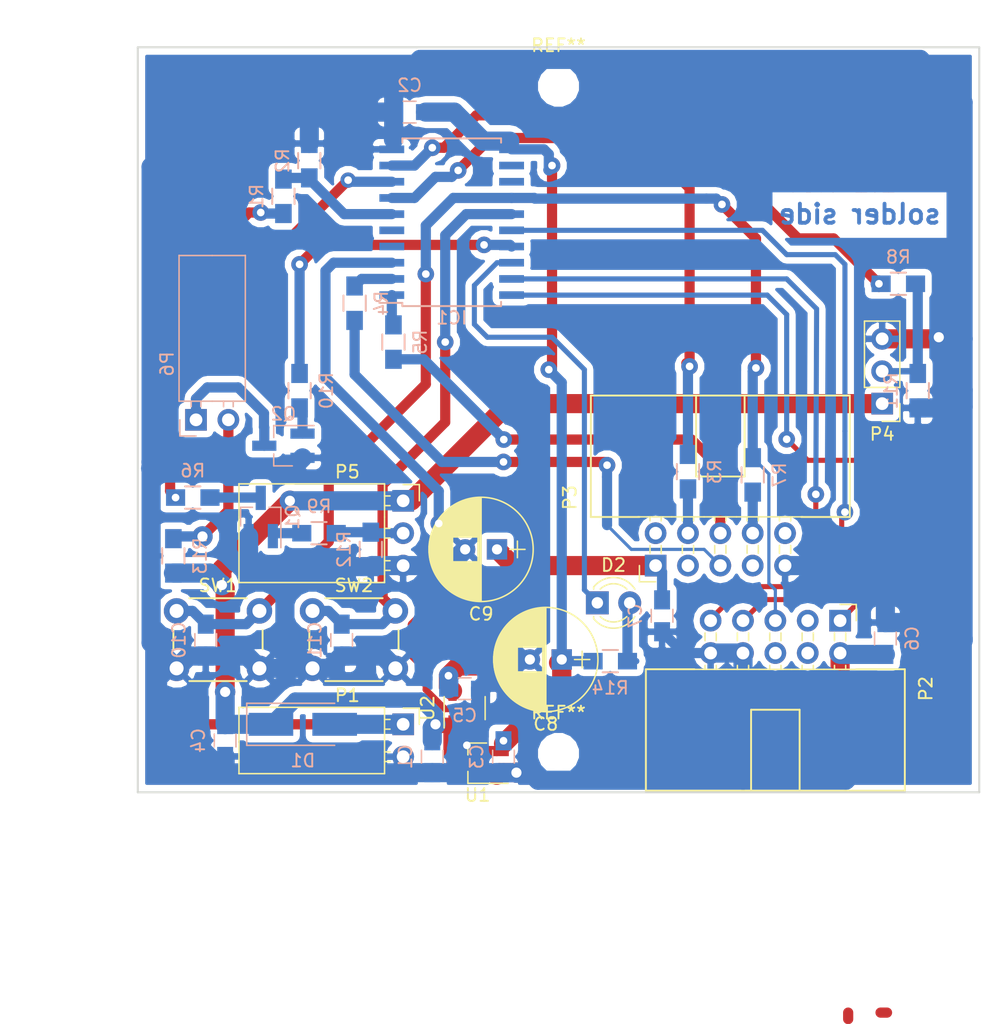
<source format=kicad_pcb>
(kicad_pcb (version 4) (host pcbnew 4.0.5)
  (title_block (title CC_SSD_02) (rev 1.00) (company "Computer Center Ltd."))
  (layers (0 F.Cu signal) (31 B.Cu signal) (34 B.Paste user) (35 F.Paste user) (36 B.SilkS user) (37 F.SilkS user) (38 B.Mask user) (39 F.Mask user) (44 Edge.Cuts user))
  (net 0 "")
  (net 1 VAA)
  (net 2 GND)
  (net 3 +3V3)
  (net 4 +3.3V_ESPmod)
  (net 5 "Net-(C10-Pad1)")
  (net 6 "Net-(C11-Pad1)")
  (net 7 +BATT)
  (net 8 "Net-(D2-Pad1)")
  (net 9 "Net-(D2-Pad2)")
  (net 10 "Net-(IC1-Pad1)")
  (net 11 "Net-(IC1-Pad2)")
  (net 12 "Net-(IC1-Pad3)")
  (net 13 "Net-(IC1-Pad4)")
  (net 14 "Net-(IC1-Pad5)")
  (net 15 "Net-(IC1-Pad6)")
  (net 16 "Net-(IC1-Pad7)")
  (net 17 "Net-(IC1-Pad8)")
  (net 18 "Net-(IC1-Pad9)")
  (net 19 "Net-(IC1-Pad12)")
  (net 20 "Net-(IC1-Pad13)")
  (net 21 "Net-(IC1-Pad16)")
  (net 22 "Net-(IC1-Pad17)")
  (net 23 "Net-(IC1-Pad19)")
  (net 24 "Net-(IC1-Pad20)")
  (net 25 "Net-(P2-Pad3)")
  (net 26 "Net-(P2-Pad4)")
  (net 27 "Net-(P2-Pad6)")
  (net 28 "Net-(P3-Pad2)")
  (net 29 "Net-(P3-Pad3)")
  (net 30 "Net-(P3-Pad4)")
  (net 31 "Net-(P3-Pad5)")
  (net 32 "Net-(P3-Pad6)")
  (net 33 "Net-(P3-Pad7)")
  (net 34 "Net-(P3-Pad8)")
  (net 35 "Net-(P3-Pad10)")
  (net 36 "Net-(P4-Pad2)")
  (net 37 "Net-(P5-Pad2)")
  (net 38 "Net-(P6-Pad1)")
  (net 39 "Net-(P6-Pad2)")
  (net 40 "Net-(Q1-Pad1)")
  (net 41 "Net-(Q1-Pad3)")
  (net 42 "Net-(Q2-Pad1)")
  (net 43 "Net-(U2-Pad4)")
  (module CC_Footprint:C_0805_HandSoldering (layer B.Cu) (at 137.414 126.746 270)
    (fp_text reference C1 (at 0 2.1 270) (layer B.SilkS) (effects (justify mirror)))
    (fp_text value 1uF)
    (pad 1 smd rect (at -1.25 0 270) (size 1.5 1.25) (layers B.Cu B.Paste B.Mask) (net 1 VAA))
    (pad 2 smd rect (at 1.25 0 270) (size 1.5 1.25) (layers B.Cu B.Paste B.Mask) (net 2 GND))
  )
  (module CC_Footprint:C_0805_HandSoldering (layer B.Cu) (at 135.636 76.2 180)
    (fp_text reference C2 (at 0 2.1 180) (layer B.SilkS) (effects (justify mirror)))
    (fp_text value 100n)
    (pad 1 smd rect (at -1.25 0 180) (size 1.5 1.25) (layers B.Cu B.Paste B.Mask) (net 3 +3V3))
    (pad 2 smd rect (at 1.25 0 180) (size 1.5 1.25) (layers B.Cu B.Paste B.Mask) (net 2 GND))
  )
  (module CC_Footprint:C_0805_HandSoldering (layer B.Cu) (at 143.002 126.746 270)
    (fp_text reference C3 (at 0 2.1 270) (layer B.SilkS) (effects (justify mirror)))
    (fp_text value 1uF)
    (pad 1 smd rect (at -1.25 0 270) (size 1.5 1.25) (layers B.Cu B.Paste B.Mask) (net 3 +3V3))
    (pad 2 smd rect (at 1.25 0 270) (size 1.5 1.25) (layers B.Cu B.Paste B.Mask) (net 2 GND))
  )
  (module CC_Footprint:C_0805_HandSoldering (layer B.Cu) (at 121.158 125.476 270)
    (fp_text reference C4 (at 0 2.1 270) (layer B.SilkS) (effects (justify mirror)))
    (fp_text value 1uF)
    (pad 1 smd rect (at -1.25 0 270) (size 1.5 1.25) (layers B.Cu B.Paste B.Mask) (net 1 VAA))
    (pad 2 smd rect (at 1.25 0 270) (size 1.5 1.25) (layers B.Cu B.Paste B.Mask) (net 2 GND))
  )
  (module CC_Footprint:C_0805_HandSoldering (layer B.Cu) (at 139.954 121.412)
    (fp_text reference C5 (at 0 2.1) (layer B.SilkS) (effects (justify mirror)))
    (fp_text value 1uF)
    (pad 1 smd rect (at -1.25 0) (size 1.5 1.25) (layers B.Cu B.Paste B.Mask) (net 4 +3.3V_ESPmod))
    (pad 2 smd rect (at 1.25 0) (size 1.5 1.25) (layers B.Cu B.Paste B.Mask) (net 2 GND))
  )
  (module CC_Footprint:C_0805_HandSoldering (layer B.Cu) (at 172.974 117.475 90)
    (fp_text reference C6 (at 0 2.1 90) (layer B.SilkS) (effects (justify mirror)))
    (fp_text value 100n)
    (pad 1 smd rect (at -1.25 0 90) (size 1.5 1.25) (layers B.Cu B.Paste B.Mask) (net 3 +3V3))
    (pad 2 smd rect (at 1.25 0 90) (size 1.5 1.25) (layers B.Cu B.Paste B.Mask) (net 2 GND))
  )
  (module CC_Footprint:C_0805_HandSoldering (layer B.Cu) (at 155.448 115.697 270)
    (fp_text reference C7 (at 0 2.1 270) (layer B.SilkS) (effects (justify mirror)))
    (fp_text value 100n)
    (pad 1 smd rect (at -1.25 0 270) (size 1.5 1.25) (layers B.Cu B.Paste B.Mask) (net 4 +3.3V_ESPmod))
    (pad 2 smd rect (at 1.25 0 270) (size 1.5 1.25) (layers B.Cu B.Paste B.Mask) (net 2 GND))
  )
  (module CC_Footprint:CP_Radial_D8.0mm_P2.50mm (layer F.Cu) (at 147.574 119.126 180)
    (fp_text reference C8 (at 1.25 -5.06 180) (layer F.SilkS))
    (fp_text value 220uF/10V)
    (pad 1 thru_hole rect (at 0 0 180) (size 1.6 1.6) (drill 0.8) (layers *.Cu *.Mask) (net 3 +3V3))
    (pad 2 thru_hole circle (at 2.5 0 180) (size 1.6 1.6) (drill 0.8) (layers *.Cu *.Mask) (net 2 GND))
  )
  (module CC_Footprint:CP_Radial_D8.0mm_P2.50mm (layer F.Cu) (at 142.494 110.49 180)
    (fp_text reference C9 (at 1.25 -5.06 180) (layer F.SilkS))
    (fp_text value 470uF/10V)
    (pad 1 thru_hole rect (at 0 0 180) (size 1.6 1.6) (drill 0.8) (layers *.Cu *.Mask) (net 4 +3.3V_ESPmod))
    (pad 2 thru_hole circle (at 2.5 0 180) (size 1.6 1.6) (drill 0.8) (layers *.Cu *.Mask) (net 2 GND))
  )
  (module CC_Footprint:C_0805_HandSoldering (layer B.Cu) (at 119.634 117.602 270)
    (fp_text reference C10 (at 0 2.1 270) (layer B.SilkS) (effects (justify mirror)))
    (fp_text value 100n)
    (pad 1 smd rect (at -1.25 0 270) (size 1.5 1.25) (layers B.Cu B.Paste B.Mask) (net 5 "Net-(C10-Pad1)"))
    (pad 2 smd rect (at 1.25 0 270) (size 1.5 1.25) (layers B.Cu B.Paste B.Mask) (net 2 GND))
  )
  (module CC_Footprint:C_0805_HandSoldering (layer B.Cu) (at 130.302 117.602 270)
    (fp_text reference C11 (at 0 2.1 270) (layer B.SilkS) (effects (justify mirror)))
    (fp_text value 100n)
    (pad 1 smd rect (at -1.25 0 270) (size 1.5 1.25) (layers B.Cu B.Paste B.Mask) (net 6 "Net-(C11-Pad1)"))
    (pad 2 smd rect (at 1.25 0 270) (size 1.5 1.25) (layers B.Cu B.Paste B.Mask) (net 2 GND))
  )
  (module CC_Footprint:D_SMA_Handsoldering (layer B.Cu) (at 127.254 124.206)
    (fp_text reference D1 (at 0 2.85) (layer B.SilkS) (effects (justify mirror)))
    (fp_text value 1N5819)
    (pad 1 smd rect (at -2.5 0) (size 3.5 1.8) (layers B.Cu B.Paste B.Mask) (net 1 VAA))
    (pad 2 smd rect (at 2.5 0) (size 3.5 1.8) (layers B.Cu B.Paste B.Mask) (net 7 +BATT))
  )
  (module CC_Footprint:LED_D3.0mm (layer F.Cu) (at 150.368 114.681)
    (fp_text reference D2 (at 1.27 -2.96) (layer F.SilkS))
    (fp_text value L-934LSRD)
    (pad 1 thru_hole rect (at 0 0) (size 1.8 1.8) (drill 0.9) (layers *.Cu *.Mask) (net 8 "Net-(D2-Pad1)"))
    (pad 2 thru_hole circle (at 2.54 0) (size 1.8 1.8) (drill 0.9) (layers *.Cu *.Mask) (net 9 "Net-(D2-Pad2)"))
  )
  (module CC_Footprint:SOIC-20W_7.5x12.8mm_Pitch1.27mm (layer B.Cu) (at 138.938 84.836)
    (fp_text reference IC1 (at 0 7.5) (layer B.SilkS) (effects (justify mirror)))
    (fp_text value ATTINY1634-SU)
    (pad 1 smd rect (at -4.7 5.715) (size 1.95 0.6) (layers B.Cu B.Paste B.Mask) (net 10 "Net-(IC1-Pad1)"))
    (pad 2 smd rect (at -4.7 4.445) (size 1.95 0.6) (layers B.Cu B.Paste B.Mask) (net 11 "Net-(IC1-Pad2)"))
    (pad 3 smd rect (at -4.7 3.175) (size 1.95 0.6) (layers B.Cu B.Paste B.Mask) (net 12 "Net-(IC1-Pad3)"))
    (pad 4 smd rect (at -4.7 1.905) (size 1.95 0.6) (layers B.Cu B.Paste B.Mask) (net 13 "Net-(IC1-Pad4)"))
    (pad 5 smd rect (at -4.7 0.635) (size 1.95 0.6) (layers B.Cu B.Paste B.Mask) (net 14 "Net-(IC1-Pad5)"))
    (pad 6 smd rect (at -4.7 -0.635) (size 1.95 0.6) (layers B.Cu B.Paste B.Mask) (net 15 "Net-(IC1-Pad6)"))
    (pad 7 smd rect (at -4.7 -1.905) (size 1.95 0.6) (layers B.Cu B.Paste B.Mask) (net 16 "Net-(IC1-Pad7)"))
    (pad 8 smd rect (at -4.7 -3.175) (size 1.95 0.6) (layers B.Cu B.Paste B.Mask) (net 17 "Net-(IC1-Pad8)"))
    (pad 9 smd rect (at -4.7 -4.445) (size 1.95 0.6) (layers B.Cu B.Paste B.Mask) (net 18 "Net-(IC1-Pad9)"))
    (pad 10 smd rect (at -4.7 -5.715) (size 1.95 0.6) (layers B.Cu B.Paste B.Mask) (net 2 GND))
    (pad 11 smd rect (at 4.7 -5.715) (size 1.95 0.6) (layers B.Cu B.Paste B.Mask) (net 3 +3V3))
    (pad 12 smd rect (at 4.7 -4.445) (size 1.95 0.6) (layers B.Cu B.Paste B.Mask) (net 19 "Net-(IC1-Pad12)"))
    (pad 13 smd rect (at 4.7 -3.175) (size 1.95 0.6) (layers B.Cu B.Paste B.Mask) (net 20 "Net-(IC1-Pad13)"))
    (pad 14 smd rect (at 4.7 -1.905) (size 1.95 0.6) (layers B.Cu B.Paste B.Mask) (net 5 "Net-(C10-Pad1)"))
    (pad 15 smd rect (at 4.7 -0.635) (size 1.95 0.6) (layers B.Cu B.Paste B.Mask) (net 6 "Net-(C11-Pad1)"))
    (pad 16 smd rect (at 4.7 0.635) (size 1.95 0.6) (layers B.Cu B.Paste B.Mask) (net 21 "Net-(IC1-Pad16)"))
    (pad 17 smd rect (at 4.7 1.905) (size 1.95 0.6) (layers B.Cu B.Paste B.Mask) (net 22 "Net-(IC1-Pad17)"))
    (pad 18 smd rect (at 4.7 3.175) (size 1.95 0.6) (layers B.Cu B.Paste B.Mask) (net 8 "Net-(D2-Pad1)"))
    (pad 19 smd rect (at 4.7 4.445) (size 1.95 0.6) (layers B.Cu B.Paste B.Mask) (net 23 "Net-(IC1-Pad19)"))
    (pad 20 smd rect (at 4.7 5.715) (size 1.95 0.6) (layers B.Cu B.Paste B.Mask) (net 24 "Net-(IC1-Pad20)"))
  )
  (module CC_Footprint:WF2R (layer F.Cu) (at 135.128 124.206)
    (fp_text reference P1 (at -4.38 -2.27) (layer F.SilkS))
    (fp_text value WF2R)
    (pad 1 thru_hole rect (at 0 0) (size 1.7 1.7) (drill 1) (layers *.Cu *.Mask) (net 7 +BATT))
    (pad 2 thru_hole oval (at 0 2.54) (size 1.7 1.7) (drill 1) (layers *.Cu *.Mask) (net 2 GND))
  )
  (module CC_Footprint:BH10R (layer F.Cu) (at 154.94 111.76 90)
    (fp_text reference P3 (at 5.334 -6.731 90) (layer F.SilkS))
    (fp_text value BH10R)
    (pad 1 thru_hole rect (at 0 0 90) (size 1.7 1.7) (drill 1) (layers *.Cu *.Mask) (net 4 +3.3V_ESPmod))
    (pad 2 thru_hole oval (at 2.54 0 90) (size 1.7 1.7) (drill 1) (layers *.Cu *.Mask) (net 28 "Net-(P3-Pad2)"))
    (pad 3 thru_hole oval (at 0 2.54 90) (size 1.7 1.7) (drill 1) (layers *.Cu *.Mask) (net 29 "Net-(P3-Pad3)"))
    (pad 4 thru_hole oval (at 2.54 2.54 90) (size 1.7 1.7) (drill 1) (layers *.Cu *.Mask) (net 30 "Net-(P3-Pad4)"))
    (pad 5 thru_hole oval (at 0 5.08 90) (size 1.7 1.7) (drill 1) (layers *.Cu *.Mask) (net 31 "Net-(P3-Pad5)"))
    (pad 6 thru_hole oval (at 2.54 5.08 90) (size 1.7 1.7) (drill 1) (layers *.Cu *.Mask) (net 32 "Net-(P3-Pad6)"))
    (pad 7 thru_hole oval (at 0 7.62 90) (size 1.7 1.7) (drill 1) (layers *.Cu *.Mask) (net 33 "Net-(P3-Pad7)"))
    (pad 8 thru_hole oval (at 2.54 7.62 90) (size 1.7 1.7) (drill 1) (layers *.Cu *.Mask) (net 34 "Net-(P3-Pad8)"))
    (pad 9 thru_hole oval (at 0 10.16 90) (size 1.7 1.7) (drill 1) (layers *.Cu *.Mask) (net 2 GND))
    (pad 10 thru_hole oval (at 2.54 10.16 90) (size 1.7 1.7) (drill 1) (layers *.Cu *.Mask) (net 35 "Net-(P3-Pad10)"))
  )
  (module CC_Footprint:PN1x3 (layer F.Cu) (at 172.72 99.06 180)
    (fp_text reference P4 (at 0 -2.39 180) (layer F.SilkS))
    (fp_text value PN1x3)
    (pad 1 thru_hole rect (at 0 0 180) (size 1.7 1.7) (drill 1) (layers *.Cu *.Mask) (net 1 VAA))
    (pad 2 thru_hole oval (at 0 2.54 180) (size 1.7 1.7) (drill 1) (layers *.Cu *.Mask) (net 36 "Net-(P4-Pad2)"))
    (pad 3 thru_hole oval (at 0 5.08 180) (size 1.7 1.7) (drill 1) (layers *.Cu *.Mask) (net 2 GND))
  )
  (module CC_Footprint:WF3R (layer F.Cu) (at 135.128 106.68)
    (fp_text reference P5 (at -4.38 -2.27) (layer F.SilkS))
    (fp_text value WF3R)
    (pad 3 thru_hole oval (at 0 5.08) (size 1.7 1.7) (drill 1) (layers *.Cu *.Mask) (net 2 GND))
    (pad 1 thru_hole rect (at 0 0) (size 1.7 1.7) (drill 1) (layers *.Cu *.Mask) (net 1 VAA))
    (pad 2 thru_hole oval (at 0 2.54) (size 1.7 1.7) (drill 1) (layers *.Cu *.Mask) (net 37 "Net-(P5-Pad2)"))
  )
  (module CC_Footprint:WF2R (layer B.Cu) (at 118.872 100.33 270)
    (fp_text reference P6 (at -4.38 2.27 270) (layer B.SilkS) (effects (justify mirror)))
    (fp_text value WF2R)
    (pad 1 thru_hole rect (at 0 0 270) (size 1.7 1.7) (drill 1) (layers *.Cu *.Mask) (net 38 "Net-(P6-Pad1)"))
    (pad 2 thru_hole oval (at 0 -2.54 270) (size 1.7 1.7) (drill 1) (layers *.Cu *.Mask) (net 39 "Net-(P6-Pad2)"))
  )
  (module CC_Footprint:SOT-23_Handsoldering (layer B.Cu) (at 123.952 107.95 90)
    (fp_text reference Q1 (at 0 2.5 90) (layer B.SilkS) (effects (justify mirror)))
    (fp_text value DTC144TKA)
    (pad 1 smd rect (at -1.5 0.95 90) (size 1.9 0.8) (layers B.Cu B.Paste B.Mask) (net 40 "Net-(Q1-Pad1)"))
    (pad 2 smd rect (at -1.5 -0.95 90) (size 1.9 0.8) (layers B.Cu B.Paste B.Mask) (net 2 GND))
    (pad 3 smd rect (at 1.5 0 90) (size 1.9 0.8) (layers B.Cu B.Paste B.Mask) (net 41 "Net-(Q1-Pad3)"))
  )
  (module CC_Footprint:SOT-23_Handsoldering (layer B.Cu) (at 125.73 102.362 180)
    (fp_text reference Q2 (at 0 2.5 180) (layer B.SilkS) (effects (justify mirror)))
    (fp_text value DTC144TKA)
    (pad 1 smd rect (at -1.5 0.95 180) (size 1.9 0.8) (layers B.Cu B.Paste B.Mask) (net 42 "Net-(Q2-Pad1)"))
    (pad 2 smd rect (at -1.5 -0.95 180) (size 1.9 0.8) (layers B.Cu B.Paste B.Mask) (net 2 GND))
    (pad 3 smd rect (at 1.5 0 180) (size 1.9 0.8) (layers B.Cu B.Paste B.Mask) (net 38 "Net-(P6-Pad1)"))
  )
  (module CC_Footprint:R_0805_HandSoldering (layer B.Cu) (at 125.73 82.804 270)
    (fp_text reference R1 (at 0 2.1 270) (layer B.SilkS) (effects (justify mirror)))
    (fp_text value 1.8M)
    (pad 1 smd rect (at -1.35 0 270) (size 1.5 1.3) (layers B.Cu B.Paste B.Mask) (net 15 "Net-(IC1-Pad6)"))
    (pad 2 smd rect (at 1.35 0 270) (size 1.5 1.3) (layers B.Cu B.Paste B.Mask) (net 7 +BATT))
  )
  (module CC_Footprint:R_0805_HandSoldering (layer B.Cu) (at 127.762 80.01 270)
    (fp_text reference R2 (at 0 2.1 270) (layer B.SilkS) (effects (justify mirror)))
    (fp_text value 200K)
    (pad 1 smd rect (at -1.35 0 270) (size 1.5 1.3) (layers B.Cu B.Paste B.Mask) (net 2 GND))
    (pad 2 smd rect (at 1.35 0 270) (size 1.5 1.3) (layers B.Cu B.Paste B.Mask) (net 15 "Net-(IC1-Pad6)"))
  )
  (module CC_Footprint:R_0805_HandSoldering (layer B.Cu) (at 157.48 104.394 90)
    (fp_text reference R3 (at 0 2.1 90) (layer B.SilkS) (effects (justify mirror)))
    (fp_text value 220)
    (pad 1 smd rect (at -1.35 0 90) (size 1.5 1.3) (layers B.Cu B.Paste B.Mask) (net 30 "Net-(P3-Pad4)"))
    (pad 2 smd rect (at 1.35 0 90) (size 1.5 1.3) (layers B.Cu B.Paste B.Mask) (net 16 "Net-(IC1-Pad7)"))
  )
  (module CC_Footprint:R_0805_HandSoldering (layer B.Cu) (at 131.318 91.186 90)
    (fp_text reference R4 (at 0 2.1 90) (layer B.SilkS) (effects (justify mirror)))
    (fp_text value 220)
    (pad 1 smd rect (at -1.35 0 90) (size 1.5 1.3) (layers B.Cu B.Paste B.Mask) (net 31 "Net-(P3-Pad5)"))
    (pad 2 smd rect (at 1.35 0 90) (size 1.5 1.3) (layers B.Cu B.Paste B.Mask) (net 11 "Net-(IC1-Pad2)"))
  )
  (module CC_Footprint:R_0805_HandSoldering (layer B.Cu) (at 134.366 94.234 90)
    (fp_text reference R5 (at 0 2.1 90) (layer B.SilkS) (effects (justify mirror)))
    (fp_text value 220)
    (pad 1 smd rect (at -1.35 0 90) (size 1.5 1.3) (layers B.Cu B.Paste B.Mask) (net 32 "Net-(P3-Pad6)"))
    (pad 2 smd rect (at 1.35 0 90) (size 1.5 1.3) (layers B.Cu B.Paste B.Mask) (net 10 "Net-(IC1-Pad1)"))
  )
  (module CC_Footprint:R_0805_HandSoldering (layer B.Cu) (at 118.618 106.426 180)
    (fp_text reference R6 (at 0 2.1 180) (layer B.SilkS) (effects (justify mirror)))
    (fp_text value 220)
    (pad 1 smd rect (at -1.35 0 180) (size 1.5 1.3) (layers B.Cu B.Paste B.Mask) (net 41 "Net-(Q1-Pad3)"))
    (pad 2 smd rect (at 1.35 0 180) (size 1.5 1.3) (layers B.Cu B.Paste B.Mask) (net 17 "Net-(IC1-Pad8)"))
  )
  (module CC_Footprint:R_0805_HandSoldering (layer B.Cu) (at 162.56 104.648 90)
    (fp_text reference R7 (at 0 2.1 90) (layer B.SilkS) (effects (justify mirror)))
    (fp_text value 220)
    (pad 1 smd rect (at -1.35 0 90) (size 1.5 1.3) (layers B.Cu B.Paste B.Mask) (net 34 "Net-(P3-Pad8)"))
    (pad 2 smd rect (at 1.35 0 90) (size 1.5 1.3) (layers B.Cu B.Paste B.Mask) (net 5 "Net-(C10-Pad1)"))
  )
  (module CC_Footprint:R_0805_HandSoldering (layer B.Cu) (at 173.99 89.662 180)
    (fp_text reference R8 (at 0 2.1 180) (layer B.SilkS) (effects (justify mirror)))
    (fp_text value 10k)
    (pad 1 smd rect (at -1.35 0 180) (size 1.5 1.3) (layers B.Cu B.Paste B.Mask) (net 36 "Net-(P4-Pad2)"))
    (pad 2 smd rect (at 1.35 0 180) (size 1.5 1.3) (layers B.Cu B.Paste B.Mask) (net 18 "Net-(IC1-Pad9)"))
  )
  (module CC_Footprint:R_0805_HandSoldering (layer B.Cu) (at 128.524 109.22 180)
    (fp_text reference R9 (at 0 2.1 180) (layer B.SilkS) (effects (justify mirror)))
    (fp_text value 0)
    (pad 1 smd rect (at -1.35 0 180) (size 1.5 1.3) (layers B.Cu B.Paste B.Mask) (net 37 "Net-(P5-Pad2)"))
    (pad 2 smd rect (at 1.35 0 180) (size 1.5 1.3) (layers B.Cu B.Paste B.Mask) (net 40 "Net-(Q1-Pad1)"))
  )
  (module CC_Footprint:R_0805_HandSoldering (layer B.Cu) (at 127 98.044 90)
    (fp_text reference R10 (at 0 2.1 90) (layer B.SilkS) (effects (justify mirror)))
    (fp_text value 0)
    (pad 1 smd rect (at -1.35 0 90) (size 1.5 1.3) (layers B.Cu B.Paste B.Mask) (net 42 "Net-(Q2-Pad1)"))
    (pad 2 smd rect (at 1.35 0 90) (size 1.5 1.3) (layers B.Cu B.Paste B.Mask) (net 22 "Net-(IC1-Pad17)"))
  )
  (module CC_Footprint:R_0805_HandSoldering (layer B.Cu) (at 175.514 98.044 270)
    (fp_text reference R11 (at 0 2.1 270) (layer B.SilkS) (effects (justify mirror)))
    (fp_text value 100k)
    (pad 1 smd rect (at -1.35 0 270) (size 1.5 1.3) (layers B.Cu B.Paste B.Mask) (net 36 "Net-(P4-Pad2)"))
    (pad 2 smd rect (at 1.35 0 270) (size 1.5 1.3) (layers B.Cu B.Paste B.Mask) (net 2 GND))
  )
  (module CC_Footprint:R_0805_HandSoldering (layer B.Cu) (at 132.588 110.49 270)
    (fp_text reference R12 (at 0 2.1 270) (layer B.SilkS) (effects (justify mirror)))
    (fp_text value 100k)
    (pad 1 smd rect (at -1.35 0 270) (size 1.5 1.3) (layers B.Cu B.Paste B.Mask) (net 37 "Net-(P5-Pad2)"))
    (pad 2 smd rect (at 1.35 0 270) (size 1.5 1.3) (layers B.Cu B.Paste B.Mask) (net 2 GND))
  )
  (module CC_Footprint:R_0805_HandSoldering (layer B.Cu) (at 117.094 110.998 90)
    (fp_text reference R13 (at 0 2.1 90) (layer B.SilkS) (effects (justify mirror)))
    (fp_text value 220)
    (pad 1 smd rect (at -1.35 0 90) (size 1.5 1.3) (layers B.Cu B.Paste B.Mask) (net 1 VAA))
    (pad 2 smd rect (at 1.35 0 90) (size 1.5 1.3) (layers B.Cu B.Paste B.Mask) (net 39 "Net-(P6-Pad2)"))
  )
  (module CC_Footprint:R_0805_HandSoldering (layer B.Cu) (at 151.384 119.253)
    (fp_text reference R14 (at 0 2.1) (layer B.SilkS) (effects (justify mirror)))
    (fp_text value 330)
    (pad 1 smd rect (at -1.35 0) (size 1.5 1.3) (layers B.Cu B.Paste B.Mask) (net 3 +3V3))
    (pad 2 smd rect (at 1.35 0) (size 1.5 1.3) (layers B.Cu B.Paste B.Mask) (net 9 "Net-(D2-Pad2)"))
  )
  (module CC_Footprint:SW_PUSH_6mm (layer F.Cu) (at 117.348 115.316)
    (fp_text reference SW1 (at 3.25 -2) (layer F.SilkS))
    (fp_text value TS-06E)
    (pad 2 thru_hole circle (at 0 4.5 90) (size 2 2) (drill 1.1) (layers *.Cu *.Mask) (net 2 GND))
    (pad 1 thru_hole circle (at 0 0 90) (size 2 2) (drill 1.1) (layers *.Cu *.Mask) (net 5 "Net-(C10-Pad1)"))
    (pad 2 thru_hole circle (at 6.5 4.5 90) (size 2 2) (drill 1.1) (layers *.Cu *.Mask) (net 2 GND))
    (pad 1 thru_hole circle (at 6.5 0 90) (size 2 2) (drill 1.1) (layers *.Cu *.Mask) (net 5 "Net-(C10-Pad1)"))
  )
  (module CC_Footprint:SW_PUSH_6mm (layer F.Cu) (at 128.016 115.316)
    (fp_text reference SW2 (at 3.25 -2) (layer F.SilkS))
    (fp_text value TS-06E)
    (pad 2 thru_hole circle (at 0 4.5 90) (size 2 2) (drill 1.1) (layers *.Cu *.Mask) (net 2 GND))
    (pad 1 thru_hole circle (at 0 0 90) (size 2 2) (drill 1.1) (layers *.Cu *.Mask) (net 6 "Net-(C11-Pad1)"))
    (pad 2 thru_hole circle (at 6.5 4.5 90) (size 2 2) (drill 1.1) (layers *.Cu *.Mask) (net 2 GND))
    (pad 1 thru_hole circle (at 6.5 0 90) (size 2 2) (drill 1.1) (layers *.Cu *.Mask) (net 6 "Net-(C11-Pad1)"))
  )
  (module CC_Footprint:SOT-23_Handsoldering (layer F.Cu) (at 140.97 127.254 180)
    (fp_text reference U1 (at 0 -2.5 180) (layer F.SilkS))
    (fp_text value MCP1701AT-3302I/CB)
    (pad 1 smd rect (at -1.5 -0.95 180) (size 1.9 0.8) (layers F.Cu F.Paste F.Mask) (net 2 GND))
    (pad 2 smd rect (at -1.5 0.95 180) (size 1.9 0.8) (layers F.Cu F.Paste F.Mask) (net 3 +3V3))
    (pad 3 smd rect (at 1.5 0 180) (size 1.9 0.8) (layers F.Cu F.Paste F.Mask) (net 1 VAA))
  )
  (module CC_Footprint:SOT-23-5_HandSoldering (layer F.Cu) (at 139.954 122.936 90)
    (fp_text reference U2 (at 0 -2.9 90) (layer F.SilkS))
    (fp_text value MCP1802T-3302I/OT)
    (pad 1 smd rect (at -1.35 -0.95 90) (size 1.56 0.65) (layers F.Cu F.Paste F.Mask) (net 1 VAA))
    (pad 2 smd rect (at -1.35 0 90) (size 1.56 0.65) (layers F.Cu F.Paste F.Mask) (net 2 GND))
    (pad 3 smd rect (at -1.35 0.95 90) (size 1.56 0.65) (layers F.Cu F.Paste F.Mask) (net 12 "Net-(IC1-Pad3)"))
    (pad 4 smd rect (at 1.35 0.95 90) (size 1.56 0.65) (layers F.Cu F.Paste F.Mask) (net 43 "Net-(U2-Pad4)"))
    (pad 5 smd rect (at 1.35 -0.95 90) (size 1.56 0.65) (layers F.Cu F.Paste F.Mask) (net 4 +3.3V_ESPmod))
  )
  (module Mounting_Holes:MountingHole_2.2mm_M2 (layer F.Cu) (at 147.32 74.168)
    (fp_text reference REF** (at 0 -3.2) (layer F.SilkS))
    (fp_text value MountingHole_2.2mm_M2)
    (pad 1 np_thru_hole circle (at 0 0) (size 2.2 2.2) (drill 2.2) (layers *.Cu *.Mask))
  )
  (module Mounting_Holes:MountingHole_2.2mm_M2 (layer F.Cu) (at 147.32 126.492)
    (fp_text reference REF** (at 0 -3.2) (layer F.SilkS))
    (fp_text value MountingHole_2.2mm_M2)
    (pad 1 np_thru_hole circle (at 0 0) (size 2.2 2.2) (drill 2.2) (layers *.Cu *.Mask))
  )
  (module CC_Footprint:BH10R (layer F.Cu) (at 169.418 116.078 270)
    (fp_text reference P2 (at 5.334 -6.731 270) (layer F.SilkS))
    (fp_text value BH10S)
    (pad 1 thru_hole rect (at 0 0 270) (size 1.7 1.7) (drill 1) (layers *.Cu *.Mask) (net 24 "Net-(IC1-Pad20)"))
    (pad 2 thru_hole oval (at 2.54 0 270) (size 1.7 1.7) (drill 1) (layers *.Cu *.Mask) (net 3 +3V3))
    (pad 3 thru_hole oval (at 0 2.54 270) (size 1.7 1.7) (drill 1) (layers *.Cu *.Mask) (net 25 "Net-(P2-Pad3)"))
    (pad 4 thru_hole oval (at 2.54 2.54 270) (size 1.7 1.7) (drill 1) (layers *.Cu *.Mask) (net 26 "Net-(P2-Pad4)"))
    (pad 5 thru_hole oval (at 0 5.08 270) (size 1.7 1.7) (drill 1) (layers *.Cu *.Mask) (net 5 "Net-(C10-Pad1)"))
    (pad 6 thru_hole oval (at 2.54 5.08 270) (size 1.7 1.7) (drill 1) (layers *.Cu *.Mask) (net 27 "Net-(P2-Pad6)"))
    (pad 7 thru_hole oval (at 0 7.62 270) (size 1.7 1.7) (drill 1) (layers *.Cu *.Mask) (net 21 "Net-(IC1-Pad16)"))
    (pad 8 thru_hole oval (at 2.54 7.62 270) (size 1.7 1.7) (drill 1) (layers *.Cu *.Mask) (net 2 GND))
    (pad 9 thru_hole oval (at 0 10.16 270) (size 1.7 1.7) (drill 1) (layers *.Cu *.Mask) (net 23 "Net-(IC1-Pad19)"))
    (pad 10 thru_hole oval (at 2.54 10.16 270) (size 1.7 1.7) (drill 1) (layers *.Cu *.Mask) (net 2 GND))
  )
  (gr_text "ver. 1.1" (at 169.545 81.661) (layer F.Cu) (effects (font (size 1.5 1.5) (thickness 0.3))))
  (gr_text "solder side" (at 170.942 84.201) (layer B.Cu) (effects (font (size 1.5 1.5) (thickness 0.3)) (justify mirror)))
  (gr_text CC_SSD_02 (at 167.64 78.74) (layer F.Cu) (effects (font (size 1.5 1.5) (thickness 0.3))))
  (gr_text "Computer Center Ltd." (at 167.005 75.565) (layer F.Cu) (effects (font (size 1.5 1.5) (thickness 0.3))))
  (gr_text https://attachix.com (at 165.1 73.025) (layer F.Cu) (effects (font (size 1.5 1.5) (thickness 0.3))))
  (gr_text "comp. side" (at 125.095 73.025) (layer F.Cu) (effects (font (size 1.5 1.5) (thickness 0.3))))
  (gr_line (start 114.3 71.12) (end 114.3 129.54) (angle 90) (layer Edge.Cuts) (width 0.15))
  (gr_line (start 180.34 71.12) (end 114.3 71.12) (angle 90) (layer Edge.Cuts) (width 0.15))
  (gr_line (start 180.34 129.54) (end 180.34 71.12) (angle 90) (layer Edge.Cuts) (width 0.15))
  (gr_line (start 114.3 129.54) (end 180.34 129.54) (angle 90) (layer Edge.Cuts) (width 0.15))
  (segment (start 170.053 147.32) (end 170.053 146.812) (width 0.8) (layer F.Cu) (net 0))
  (segment (start 173.101 146.812) (end 172.593 146.812) (width 0.8) (layer F.Cu) (net 0))
  (segment (start 135.128 106.68) (end 135.781452 106.68) (width 1.5) (layer F.Cu) (net 1))
  (segment (start 135.781452 106.68) (end 143.401452 99.06) (width 1.5) (layer F.Cu) (net 1))
  (segment (start 143.401452 99.06) (end 170.37 99.06) (width 1.5) (layer F.Cu) (net 1))
  (segment (start 170.37 99.06) (end 172.72 99.06) (width 1.5) (layer F.Cu) (net 1))
  (segment (start 138.684 124.206) (end 138.684 126.468) (width 0.8) (layer F.Cu) (net 1))
  (segment (start 138.684 126.468) (end 139.47 127.254) (width 0.8) (layer F.Cu) (net 1))
  (segment (start 126.238 106.68) (end 135.128 106.68) (width 1.5) (layer B.Cu) (net 1))
  (segment (start 120.904 113.284) (end 120.904 112.014) (width 1.5) (layer F.Cu) (net 1))
  (segment (start 120.904 112.014) (end 126.238 106.68) (width 1.5) (layer F.Cu) (net 1))
  (via (at 126.238 106.68) (size 1.6) (drill 0.8) (layers F.Cu B.Cu) (net 1))
  (segment (start 124.754 124.206) (end 126.654001 122.305999) (width 1.2) (layer B.Cu) (net 1))
  (segment (start 126.654001 122.305999) (end 136.529999 122.305999) (width 1.2) (layer B.Cu) (net 1))
  (segment (start 136.529999 122.305999) (end 137.668 123.444) (width 1.2) (layer B.Cu) (net 1))
  (segment (start 137.668 123.444) (end 137.668 124.206) (width 1.2) (layer B.Cu) (net 1))
  (segment (start 137.668 124.206) (end 137.748 124.286) (width 1.5) (layer F.Cu) (net 1))
  (segment (start 137.748 124.286) (end 138.628999 124.286) (width 1.2) (layer F.Cu) (net 1))
  (segment (start 137.414 125.496) (end 137.414 124.46) (width 1.5) (layer B.Cu) (net 1))
  (via (at 137.668 124.206) (size 1.6) (drill 0.8) (layers F.Cu B.Cu) (net 1))
  (segment (start 137.414 124.46) (end 137.668 124.206) (width 1.5) (layer B.Cu) (net 1))
  (segment (start 120.904 113.284) (end 119.968 112.348) (width 1.5) (layer B.Cu) (net 1))
  (segment (start 119.968 112.348) (end 117.098009 112.348) (width 1.5) (layer B.Cu) (net 1))
  (segment (start 121.158 114.554) (end 121.158 113.538) (width 1.5) (layer F.Cu) (net 1))
  (segment (start 121.158 113.538) (end 120.904 113.284) (width 1.5) (layer F.Cu) (net 1))
  (via (at 120.904 113.284) (size 1.6) (drill 0.8) (layers F.Cu B.Cu) (net 1))
  (segment (start 121.158 121.666) (end 121.158 114.554) (width 1.5) (layer F.Cu) (net 1))
  (segment (start 121.158 124.226) (end 121.158 121.666) (width 1.5) (layer B.Cu) (net 1))
  (via (at 121.158 121.666) (size 1.6) (drill 0.8) (layers F.Cu B.Cu) (net 1))
  (segment (start 124.754 124.206) (end 121.178 124.206) (width 1.5) (layer B.Cu) (net 1))
  (segment (start 121.178 124.206) (end 121.158 124.226) (width 1.5) (layer B.Cu) (net 1))
  (segment (start 172.72 93.98) (end 177.038 93.98) (width 1.5) (layer F.Cu) (net 2))
  (segment (start 177.038 93.98) (end 177.165 93.853) (width 1.5) (layer F.Cu) (net 2))
  (via (at 177.165 93.853) (size 1.6) (drill 0.8) (layers F.Cu B.Cu) (net 2))
  (segment (start 177.165 93.853) (end 177.292 93.98) (width 1.5) (layer B.Cu) (net 2))
  (segment (start 177.292 93.98) (end 179.07 93.98) (width 1.5) (layer B.Cu) (net 2))
  (segment (start 159.258 118.618) (end 157.119 118.618) (width 0.8) (layer B.Cu) (net 2))
  (segment (start 157.119 118.618) (end 155.448 116.947) (width 0.8) (layer B.Cu) (net 2))
  (segment (start 159.258 118.618) (end 161.798 118.618) (width 1.5) (layer B.Cu) (net 2))
  (segment (start 161.798 118.618) (end 161.798 128.592001) (width 1.5) (layer B.Cu) (net 2))
  (segment (start 161.798 128.592001) (end 161.798 128.016) (width 1.5) (layer B.Cu) (net 2))
  (segment (start 161.798 128.016) (end 161.798 128.592001) (width 1.5) (layer B.Cu) (net 2))
  (segment (start 172.974 116.225) (end 172.974 113.538) (width 1.5) (layer B.Cu) (net 2))
  (segment (start 171.196 111.76) (end 165.1 111.76) (width 1.5) (layer B.Cu) (net 2))
  (segment (start 172.974 113.538) (end 171.196 111.76) (width 1.5) (layer B.Cu) (net 2))
  (segment (start 172.974 116.225) (end 177.82 116.225) (width 1.5) (layer B.Cu) (net 2))
  (segment (start 179.07 117.475) (end 179.07 117.650686) (width 1.5) (layer B.Cu) (net 2))
  (segment (start 177.82 116.225) (end 179.07 117.475) (width 1.5) (layer B.Cu) (net 2))
  (segment (start 134.366 78.345) (end 134.366 78.74) (width 0.8) (layer B.Cu) (net 2))
  (segment (start 134.366 78.74) (end 134.238 78.868) (width 0.8) (layer B.Cu) (net 2))
  (segment (start 134.386 76.2) (end 134.386 78.325) (width 1.5) (layer B.Cu) (net 2))
  (segment (start 134.386 78.325) (end 134.366 78.345) (width 1.5) (layer B.Cu) (net 2))
  (segment (start 134.238 79.121) (end 134.238 78.868) (width 0.5) (layer B.Cu) (net 2))
  (segment (start 179.07 97.988) (end 179.07 99.314) (width 1.5) (layer B.Cu) (net 2))
  (segment (start 179.07 99.314) (end 178.99 99.394) (width 1.5) (layer B.Cu) (net 2))
  (segment (start 178.99 99.394) (end 175.514 99.394) (width 1.5) (layer B.Cu) (net 2))
  (segment (start 172.212 124.508686) (end 179.07 117.650686) (width 1.5) (layer B.Cu) (net 2))
  (segment (start 145.723001 128.592001) (end 161.798 128.592001) (width 1.5) (layer B.Cu) (net 2))
  (segment (start 161.798 128.592001) (end 169.857999 128.592001) (width 1.5) (layer B.Cu) (net 2))
  (segment (start 145.127 127.996) (end 145.723001 128.592001) (width 1.5) (layer B.Cu) (net 2))
  (segment (start 169.857999 128.592001) (end 172.212 126.238) (width 1.5) (layer B.Cu) (net 2))
  (segment (start 172.212 126.238) (end 172.212 124.508686) (width 1.5) (layer B.Cu) (net 2))
  (segment (start 144.018 127.996) (end 145.127 127.996) (width 1.5) (layer B.Cu) (net 2))
  (segment (start 179.07 117.650686) (end 179.07 97.988) (width 1.5) (layer B.Cu) (net 2))
  (segment (start 134.386 76.2) (end 134.386 74.075) (width 1.5) (layer B.Cu) (net 2))
  (segment (start 134.386 74.075) (end 136.071 72.39) (width 1.5) (layer B.Cu) (net 2))
  (segment (start 136.144 72.39) (end 136.466001 72.067999) (width 1.5) (layer B.Cu) (net 2))
  (segment (start 136.071 72.39) (end 136.144 72.39) (width 1.5) (layer B.Cu) (net 2))
  (segment (start 136.466001 72.067999) (end 175.699999 72.067999) (width 1.5) (layer B.Cu) (net 2))
  (segment (start 175.699999 72.067999) (end 179.07 75.438) (width 1.5) (layer B.Cu) (net 2))
  (segment (start 179.07 75.438) (end 179.07 93.98) (width 1.5) (layer B.Cu) (net 2))
  (segment (start 179.07 93.98) (end 179.07 97.988) (width 1.5) (layer B.Cu) (net 2))
  (segment (start 127.23 103.312) (end 126.402 104.14) (width 1.5) (layer B.Cu) (net 2))
  (segment (start 115.478 103.978) (end 115.478 103.762001) (width 1.5) (layer B.Cu) (net 2))
  (segment (start 126.402 104.14) (end 115.316 104.14) (width 1.5) (layer B.Cu) (net 2))
  (segment (start 115.316 104.14) (end 115.478 103.978) (width 1.5) (layer B.Cu) (net 2))
  (segment (start 115.478 103.762001) (end 115.347999 103.632) (width 1.5) (layer B.Cu) (net 2))
  (segment (start 141.204 121.412) (end 141.204 123.718) (width 1.5) (layer B.Cu) (net 2))
  (segment (start 141.204 123.718) (end 140.716 124.206) (width 1.5) (layer B.Cu) (net 2))
  (segment (start 140.716 124.206) (end 140.716 125.264679) (width 1.5) (layer B.Cu) (net 2))
  (segment (start 140.716 125.264679) (end 140.128999 125.85168) (width 1.5) (layer B.Cu) (net 2))
  (segment (start 130.264 112.014) (end 125.73 112.014) (width 1.5) (layer B.Cu) (net 2))
  (segment (start 125.848001 112.132001) (end 125.73 112.014) (width 1.5) (layer B.Cu) (net 2))
  (segment (start 125.73 112.014) (end 122.936 112.014) (width 1.5) (layer B.Cu) (net 2))
  (segment (start 128.016 119.816) (end 125.848001 117.648001) (width 1.5) (layer B.Cu) (net 2))
  (segment (start 125.848001 117.648001) (end 125.848001 112.132001) (width 1.5) (layer B.Cu) (net 2))
  (segment (start 140.128999 125.85168) (end 139.7 127.996) (width 1.5) (layer B.Cu) (net 2))
  (segment (start 139.954 124.286) (end 139.954 125.676681) (width 0.5) (layer F.Cu) (net 2))
  (segment (start 139.954 125.676681) (end 140.128999 125.85168) (width 0.5) (layer F.Cu) (net 2))
  (via (at 140.128999 125.85168) (size 1.3) (drill 0.6) (layers F.Cu B.Cu) (net 2))
  (segment (start 144.018 127.996) (end 142.678 127.996) (width 1.5) (layer F.Cu) (net 2))
  (segment (start 142.678 127.996) (end 142.47 128.204) (width 1.5) (layer F.Cu) (net 2))
  (segment (start 143.002 127.996) (end 144.018 127.996) (width 1.5) (layer B.Cu) (net 2))
  (via (at 144.018 127.996) (size 1.6) (drill 0.8) (layers F.Cu B.Cu) (net 2))
  (segment (start 115.347999 117.815999) (end 115.347999 103.632) (width 1.5) (layer B.Cu) (net 2))
  (segment (start 115.347999 103.632) (end 115.347999 80.486001) (width 1.5) (layer B.Cu) (net 2))
  (segment (start 132.588 111.84) (end 130.438 111.84) (width 1.5) (layer B.Cu) (net 2))
  (segment (start 130.438 111.84) (end 130.264 112.014) (width 1.5) (layer B.Cu) (net 2))
  (segment (start 122.936 112.014) (end 123.002 111.948) (width 1.5) (layer B.Cu) (net 2))
  (segment (start 123.002 111.948) (end 123.002 109.45) (width 1.5) (layer B.Cu) (net 2))
  (segment (start 135.128 111.76) (end 132.668 111.76) (width 1.5) (layer B.Cu) (net 2))
  (segment (start 132.668 111.76) (end 132.588 111.84) (width 1.5) (layer B.Cu) (net 2))
  (segment (start 139.994 110.49) (end 138.724 111.76) (width 1.5) (layer B.Cu) (net 2))
  (segment (start 138.724 111.76) (end 135.128 111.76) (width 1.5) (layer B.Cu) (net 2))
  (segment (start 119.634 76.2) (end 127.508 76.2) (width 1.5) (layer B.Cu) (net 2))
  (segment (start 127.508 76.2) (end 134.386 76.2) (width 1.5) (layer B.Cu) (net 2))
  (segment (start 127.762 78.66) (end 127.762 76.41) (width 1.5) (layer B.Cu) (net 2))
  (segment (start 127.762 76.41) (end 127.552 76.2) (width 1.5) (layer B.Cu) (net 2))
  (segment (start 127.552 76.2) (end 127.508 76.2) (width 1.5) (layer B.Cu) (net 2))
  (segment (start 115.347999 80.486001) (end 119.634 76.2) (width 1.5) (layer B.Cu) (net 2))
  (segment (start 117.348 119.816) (end 115.347999 117.815999) (width 1.5) (layer B.Cu) (net 2))
  (segment (start 172.994 116.205) (end 172.974 116.225) (width 1.5) (layer B.Cu) (net 2))
  (segment (start 130.302 118.852) (end 133.552 118.852) (width 1.5) (layer B.Cu) (net 2))
  (segment (start 133.552 118.852) (end 134.516 119.816) (width 1.5) (layer B.Cu) (net 2))
  (segment (start 128.016 119.816) (end 129.338 119.816) (width 1.5) (layer B.Cu) (net 2))
  (segment (start 129.338 119.816) (end 130.302 118.852) (width 1.5) (layer B.Cu) (net 2))
  (segment (start 123.848 119.816) (end 128.016 119.816) (width 1.5) (layer B.Cu) (net 2))
  (segment (start 119.634 118.852) (end 122.884 118.852) (width 1.5) (layer B.Cu) (net 2))
  (segment (start 122.884 118.852) (end 123.848 119.816) (width 1.5) (layer B.Cu) (net 2))
  (segment (start 115.861787 119.888) (end 115.861787 122.719787) (width 1.5) (layer B.Cu) (net 2))
  (segment (start 115.861787 122.719787) (end 121.158 128.016) (width 1.5) (layer B.Cu) (net 2))
  (segment (start 117.348 119.816) (end 115.933787 119.816) (width 1.5) (layer B.Cu) (net 2))
  (segment (start 115.933787 119.816) (end 115.861787 119.888) (width 1.5) (layer B.Cu) (net 2))
  (segment (start 119.634 118.852) (end 118.312 118.852) (width 1.5) (layer B.Cu) (net 2))
  (segment (start 118.312 118.852) (end 117.348 119.816) (width 1.5) (layer B.Cu) (net 2))
  (segment (start 121.158 128.016) (end 135.060081 128.016) (width 1.5) (layer B.Cu) (net 2))
  (segment (start 135.060081 128.016) (end 135.128 127.948081) (width 1.5) (layer B.Cu) (net 2))
  (segment (start 121.158 126.726) (end 121.158 128.016) (width 1.5) (layer B.Cu) (net 2))
  (segment (start 145.074 119.126) (end 143.49 119.126) (width 1.5) (layer B.Cu) (net 2))
  (segment (start 143.49 119.126) (end 141.204 121.412) (width 1.5) (layer B.Cu) (net 2))
  (segment (start 137.414 127.996) (end 139.7 127.996) (width 1.5) (layer B.Cu) (net 2))
  (segment (start 139.7 127.996) (end 143.002 127.996) (width 1.5) (layer B.Cu) (net 2))
  (segment (start 135.128 127.948081) (end 135.175919 127.996) (width 1.5) (layer B.Cu) (net 2))
  (segment (start 135.175919 127.996) (end 137.414 127.996) (width 1.5) (layer B.Cu) (net 2))
  (segment (start 135.128 126.746) (end 135.128 127.948081) (width 1.5) (layer B.Cu) (net 2))
  (segment (start 147.574 119.126) (end 147.574 97.409) (width 0.8) (layer B.Cu) (net 3))
  (segment (start 146.685 80.264) (end 146.558006 80.264) (width 0.8) (layer B.Cu) (net 3))
  (segment (start 146.812 80.391) (end 146.685 80.264) (width 0.8) (layer B.Cu) (net 3))
  (via (at 146.812 80.391) (size 1.3) (drill 0.6) (layers F.Cu B.Cu) (net 3))
  (segment (start 146.812 96.139) (end 146.812 80.391) (width 0.8) (layer F.Cu) (net 3))
  (segment (start 146.558 96.393) (end 146.812 96.139) (width 0.8) (layer F.Cu) (net 3))
  (via (at 146.558 96.393) (size 1.3) (drill 0.6) (layers F.Cu B.Cu) (net 3))
  (segment (start 147.574 97.409) (end 146.558 96.393) (width 0.8) (layer B.Cu) (net 3))
  (segment (start 150.034 119.253) (end 147.701 119.253) (width 0.8) (layer B.Cu) (net 3))
  (segment (start 147.701 119.253) (end 147.574 119.126) (width 0.8) (layer B.Cu) (net 3))
  (segment (start 172.974 118.725) (end 169.525 118.725) (width 1.5) (layer B.Cu) (net 3))
  (segment (start 169.525 118.725) (end 169.418 118.618) (width 1.5) (layer B.Cu) (net 3))
  (segment (start 147.574 119.126) (end 147.574 121.031) (width 1.5) (layer F.Cu) (net 3))
  (segment (start 169.418 121.158) (end 169.418 118.618) (width 1.5) (layer F.Cu) (net 3))
  (segment (start 166.878 123.698) (end 169.418 121.158) (width 1.5) (layer F.Cu) (net 3))
  (segment (start 150.241 123.698) (end 166.878 123.698) (width 1.5) (layer F.Cu) (net 3))
  (segment (start 147.574 121.031) (end 150.241 123.698) (width 1.5) (layer F.Cu) (net 3))
  (segment (start 147.32 119.38) (end 147.574 119.126) (width 1.5) (layer F.Cu) (net 3))
  (segment (start 143.638 79.121) (end 146.177 79.121) (width 0.8) (layer B.Cu) (net 3))
  (segment (start 146.558006 79.502006) (end 146.558006 80.264) (width 0.8) (layer B.Cu) (net 3))
  (segment (start 146.177 79.121) (end 146.558006 79.502006) (width 0.8) (layer B.Cu) (net 3))
  (segment (start 146.558006 80.264) (end 146.558006 80.772) (width 0.8) (layer B.Cu) (net 3))
  (segment (start 146.519999 80.733993) (end 146.558006 80.772) (width 0.8) (layer B.Cu) (net 3))
  (segment (start 143.002 125.496) (end 143.002 125.772) (width 0.8) (layer F.Cu) (net 3))
  (segment (start 143.002 125.772) (end 142.47 126.304) (width 0.8) (layer F.Cu) (net 3))
  (via (at 143.002 125.496) (size 1.3) (drill 0.6) (layers F.Cu B.Cu) (net 3))
  (segment (start 140.406 77.47) (end 141.412999 78.476999) (width 1.5) (layer B.Cu) (net 3))
  (segment (start 141.412999 78.476999) (end 143.500999 78.476999) (width 1.5) (layer B.Cu) (net 3))
  (segment (start 143.500999 78.476999) (end 143.638 78.614) (width 1) (layer B.Cu) (net 3))
  (segment (start 143.638 78.614) (end 143.638 78.840999) (width 1) (layer B.Cu) (net 3))
  (segment (start 136.886 76.2) (end 139.136 76.2) (width 1.5) (layer B.Cu) (net 3))
  (segment (start 139.136 76.2) (end 140.406 77.47) (width 1.5) (layer B.Cu) (net 3))
  (segment (start 143.002 125.73) (end 147.574 121.158) (width 1.5) (layer F.Cu) (net 3))
  (segment (start 143.002 125.73) (end 143.002 125.772) (width 0.8) (layer F.Cu) (net 3))
  (segment (start 147.574 121.158) (end 147.574 119.126) (width 1.5) (layer F.Cu) (net 3))
  (segment (start 155.448 114.447) (end 155.448 112.268) (width 0.8) (layer B.Cu) (net 4))
  (segment (start 155.448 112.268) (end 154.94 111.76) (width 0.8) (layer B.Cu) (net 4))
  (segment (start 138.684 120.396) (end 139.446 119.634) (width 1.5) (layer F.Cu) (net 4))
  (segment (start 139.446 119.634) (end 141.224 119.634) (width 1.5) (layer F.Cu) (net 4))
  (segment (start 141.224 119.634) (end 143.764 117.094) (width 1.5) (layer F.Cu) (net 4))
  (segment (start 143.764 117.094) (end 143.764 111.76) (width 1.5) (layer F.Cu) (net 4))
  (segment (start 138.684 120.396) (end 138.684 121.266) (width 1.5) (layer F.Cu) (net 4))
  (segment (start 138.684 121.266) (end 139.004 121.586) (width 1.5) (layer F.Cu) (net 4))
  (segment (start 138.704 121.412) (end 138.704 120.416) (width 1.5) (layer B.Cu) (net 4))
  (segment (start 138.704 120.416) (end 138.684 120.396) (width 1.5) (layer B.Cu) (net 4))
  (via (at 138.684 120.396) (size 1.3) (drill 0.6) (layers F.Cu B.Cu) (net 4))
  (segment (start 154.94 111.76) (end 143.764 111.76) (width 1.5) (layer F.Cu) (net 4))
  (segment (start 143.764 111.76) (end 142.494 110.49) (width 1.5) (layer F.Cu) (net 4))
  (segment (start 164.338 116.078) (end 164.338 113.665) (width 0.25) (layer B.Cu) (net 5))
  (segment (start 163.83 104.568) (end 162.56 103.298) (width 0.25) (layer B.Cu) (net 5))
  (segment (start 163.83 113.157) (end 163.83 104.568) (width 0.25) (layer B.Cu) (net 5))
  (segment (start 164.338 113.665) (end 163.83 113.157) (width 0.25) (layer B.Cu) (net 5))
  (segment (start 158.930001 82.984001) (end 159.692001 82.984001) (width 0.8) (layer B.Cu) (net 5))
  (segment (start 158.930001 82.984001) (end 145.466001 82.984001) (width 0.8) (layer B.Cu) (net 5))
  (segment (start 145.466001 82.984001) (end 145.413 82.931) (width 0.8) (layer B.Cu) (net 5))
  (segment (start 143.638 82.931) (end 145.413 82.931) (width 0.8) (layer B.Cu) (net 5))
  (segment (start 162.56 96.52) (end 162.56 103.298) (width 0.8) (layer B.Cu) (net 5))
  (segment (start 162.814 96.266) (end 162.56 96.52) (width 0.8) (layer B.Cu) (net 5))
  (via (at 162.814 96.266) (size 1.3) (drill 0.6) (layers F.Cu B.Cu) (net 5))
  (segment (start 162.814 86.106) (end 162.814 96.266) (width 0.8) (layer F.Cu) (net 5))
  (segment (start 160.147 83.439) (end 162.814 86.106) (width 0.8) (layer F.Cu) (net 5))
  (via (at 160.147 83.439) (size 1.3) (drill 0.6) (layers F.Cu B.Cu) (net 5))
  (segment (start 159.692001 82.984001) (end 160.147 83.439) (width 0.8) (layer B.Cu) (net 5))
  (segment (start 143.638 82.931) (end 139.065 82.931) (width 0.8) (layer B.Cu) (net 5))
  (segment (start 139.065 82.931) (end 136.906 85.09) (width 0.8) (layer B.Cu) (net 5))
  (segment (start 136.906 85.09) (end 136.906 88.9) (width 0.8) (layer B.Cu) (net 5))
  (segment (start 136.906 88.9) (end 136.906 97.536) (width 0.8) (layer F.Cu) (net 5))
  (segment (start 136.906 97.536) (end 129.286 105.156) (width 0.8) (layer F.Cu) (net 5))
  (segment (start 129.286 105.156) (end 129.286 109.878) (width 0.8) (layer F.Cu) (net 5))
  (segment (start 129.286 109.878) (end 123.848 115.316) (width 0.8) (layer F.Cu) (net 5))
  (via (at 136.906 88.9) (size 1.3) (drill 0.6) (layers F.Cu B.Cu) (net 5))
  (segment (start 162.64 103.378) (end 162.56 103.298) (width 0.25) (layer B.Cu) (net 5))
  (segment (start 119.634 116.352) (end 122.812 116.352) (width 0.8) (layer B.Cu) (net 5))
  (segment (start 122.812 116.352) (end 123.848 115.316) (width 0.8) (layer B.Cu) (net 5))
  (segment (start 117.348 115.316) (end 118.598 115.316) (width 0.8) (layer B.Cu) (net 5))
  (segment (start 118.598 115.316) (end 119.634 116.352) (width 0.8) (layer B.Cu) (net 5))
  (segment (start 138.43 94.234) (end 138.43 100.507998) (width 0.8) (layer F.Cu) (net 6))
  (segment (start 138.43 100.507998) (end 133.516001 105.421997) (width 0.8) (layer F.Cu) (net 6))
  (segment (start 133.516001 105.421997) (end 133.516001 114.316001) (width 0.8) (layer F.Cu) (net 6))
  (segment (start 133.516001 114.316001) (end 134.516 115.316) (width 0.8) (layer F.Cu) (net 6))
  (segment (start 140.081 84.201) (end 138.43 85.852) (width 0.8) (layer B.Cu) (net 6))
  (segment (start 138.43 85.852) (end 138.43 94.234) (width 0.8) (layer B.Cu) (net 6))
  (via (at 138.43 94.234) (size 1.3) (drill 0.6) (layers F.Cu B.Cu) (net 6))
  (segment (start 143.638 84.201) (end 140.081 84.201) (width 0.8) (layer B.Cu) (net 6))
  (segment (start 130.302 116.352) (end 133.48 116.352) (width 0.8) (layer B.Cu) (net 6))
  (segment (start 133.48 116.352) (end 134.516 115.316) (width 0.8) (layer B.Cu) (net 6))
  (segment (start 128.016 115.316) (end 129.266 115.316) (width 0.8) (layer B.Cu) (net 6))
  (segment (start 129.266 115.316) (end 130.302 116.352) (width 0.8) (layer B.Cu) (net 6))
  (segment (start 123.952 84.074) (end 123.032762 84.074) (width 0.8) (layer F.Cu) (net 7))
  (segment (start 123.032762 84.074) (end 115.316 91.790762) (width 0.8) (layer F.Cu) (net 7))
  (segment (start 115.316 91.790762) (end 115.316 121.666) (width 0.8) (layer F.Cu) (net 7))
  (segment (start 115.316 121.666) (end 117.856 124.206) (width 0.8) (layer F.Cu) (net 7))
  (segment (start 117.856 124.206) (end 135.128 124.206) (width 0.8) (layer F.Cu) (net 7))
  (segment (start 125.73 84.154) (end 124.032 84.154) (width 0.8) (layer B.Cu) (net 7))
  (segment (start 124.032 84.154) (end 123.952 84.074) (width 0.5) (layer B.Cu) (net 7))
  (via (at 123.952 84.074) (size 1.3) (drill 0.6) (layers F.Cu B.Cu) (net 7))
  (segment (start 129.754 124.206) (end 135.128 124.206) (width 1.5) (layer B.Cu) (net 7))
  (segment (start 143.638 88.011) (end 142.494 88.011) (width 0.4) (layer B.Cu) (net 8))
  (segment (start 149.352 113.665) (end 150.368 114.681) (width 0.4) (layer B.Cu) (net 8))
  (segment (start 149.352 96.393) (end 149.352 113.665) (width 0.4) (layer B.Cu) (net 8))
  (segment (start 146.812 93.853) (end 149.352 96.393) (width 0.4) (layer B.Cu) (net 8))
  (segment (start 141.732 93.853) (end 146.812 93.853) (width 0.4) (layer B.Cu) (net 8))
  (segment (start 140.716 92.837) (end 141.732 93.853) (width 0.4) (layer B.Cu) (net 8))
  (segment (start 140.716 89.789) (end 140.716 92.837) (width 0.4) (layer B.Cu) (net 8))
  (segment (start 142.494 88.011) (end 140.716 89.789) (width 0.4) (layer B.Cu) (net 8))
  (segment (start 152.734 119.253) (end 152.734 114.855) (width 0.8) (layer B.Cu) (net 9))
  (segment (start 152.734 114.855) (end 152.908 114.681) (width 0.8) (layer B.Cu) (net 9))
  (segment (start 152.734 119.253) (end 153.416 119.253) (width 0.5) (layer B.Cu) (net 9))
  (segment (start 134.238 90.551) (end 134.238 92.756) (width 0.8) (layer B.Cu) (net 10))
  (segment (start 134.238 92.756) (end 134.366 92.884) (width 0.8) (layer B.Cu) (net 10))
  (segment (start 134.238 89.281) (end 131.873 89.281) (width 0.8) (layer B.Cu) (net 11))
  (segment (start 131.873 89.281) (end 131.318 89.836) (width 0.8) (layer B.Cu) (net 11))
  (segment (start 134.238 88.011) (end 129.667 88.011) (width 0.8) (layer B.Cu) (net 12))
  (segment (start 129.667 88.011) (end 129.032 88.646) (width 0.8) (layer B.Cu) (net 12))
  (segment (start 129.032 88.646) (end 129.032 97.028) (width 0.8) (layer B.Cu) (net 12))
  (segment (start 129.032 97.028) (end 137.922 105.918) (width 0.8) (layer B.Cu) (net 12))
  (segment (start 137.922 105.918) (end 137.922 108.458) (width 0.8) (layer B.Cu) (net 12))
  (segment (start 136.906 119.763998) (end 136.906 121.493002) (width 0.5) (layer F.Cu) (net 12))
  (segment (start 136.906 121.493002) (end 138.418987 123.005989) (width 0.5) (layer F.Cu) (net 12))
  (segment (start 138.418987 123.005989) (end 140.904 123.006) (width 0.5) (layer F.Cu) (net 12))
  (segment (start 140.904 123.006) (end 140.904 124.286) (width 0.5) (layer F.Cu) (net 12))
  (segment (start 137.922 108.458) (end 137.922 114.377998) (width 0.8) (layer F.Cu) (net 12))
  (segment (start 137.922 114.377998) (end 135.89 116.409998) (width 0.8) (layer F.Cu) (net 12))
  (segment (start 135.89 116.409998) (end 135.89 118.747998) (width 0.8) (layer F.Cu) (net 12))
  (segment (start 135.89 118.747998) (end 136.906 119.763998) (width 0.8) (layer F.Cu) (net 12))
  (via (at 137.922 108.458) (size 1.3) (drill 0.6) (layers F.Cu B.Cu) (net 12))
  (segment (start 127.762 81.36) (end 125.824 81.36) (width 0.8) (layer B.Cu) (net 15))
  (segment (start 125.824 81.36) (end 125.73 81.454) (width 0.5) (layer B.Cu) (net 15))
  (segment (start 134.238 84.201) (end 130.503 84.201) (width 0.8) (layer B.Cu) (net 15))
  (segment (start 130.503 84.201) (end 127.762 81.46) (width 0.8) (layer B.Cu) (net 15))
  (segment (start 127.762 81.46) (end 127.762 81.36) (width 0.5) (layer B.Cu) (net 15))
  (segment (start 146.164008 78.232) (end 150.114 78.232) (width 0.8) (layer F.Cu) (net 16))
  (via (at 139.446 80.772) (size 1.3) (drill 0.6) (layers F.Cu B.Cu) (net 16))
  (segment (start 139.446 80.772) (end 141.986 78.232) (width 0.8) (layer F.Cu) (net 16))
  (segment (start 141.986 78.232) (end 146.164008 78.232) (width 0.8) (layer F.Cu) (net 16))
  (segment (start 138.938 81.28) (end 139.446 80.772) (width 0.8) (layer B.Cu) (net 16))
  (segment (start 136.017 82.931) (end 137.668 81.28) (width 0.8) (layer B.Cu) (net 16))
  (segment (start 137.668 81.28) (end 138.938 81.28) (width 0.8) (layer B.Cu) (net 16))
  (segment (start 134.238 82.931) (end 136.017 82.931) (width 0.8) (layer B.Cu) (net 16))
  (segment (start 157.607 82.169) (end 157.607 96.139) (width 0.8) (layer F.Cu) (net 16))
  (segment (start 156.083 80.645) (end 157.607 82.169) (width 0.8) (layer F.Cu) (net 16))
  (segment (start 152.527 80.645) (end 156.083 80.645) (width 0.8) (layer F.Cu) (net 16))
  (segment (start 150.114 78.232) (end 152.527 80.645) (width 0.8) (layer F.Cu) (net 16))
  (segment (start 157.48 96.266) (end 157.48 103.044) (width 0.8) (layer B.Cu) (net 16))
  (segment (start 157.607 96.139) (end 157.48 96.266) (width 0.8) (layer B.Cu) (net 16))
  (segment (start 157.353 95.885) (end 157.607 96.139) (width 0.8) (layer F.Cu) (net 16))
  (via (at 157.607 96.139) (size 1.3) (drill 0.6) (layers F.Cu B.Cu) (net 16))
  (segment (start 130.81 81.534) (end 116.84 95.504) (width 0.8) (layer F.Cu) (net 17))
  (segment (start 116.84 95.504) (end 116.84 105.918) (width 0.8) (layer F.Cu) (net 17))
  (segment (start 116.84 105.918) (end 117.268 106.346) (width 0.8) (layer F.Cu) (net 17))
  (segment (start 117.268 106.426) (end 117.268 106.346) (width 0.5) (layer F.Cu) (net 17))
  (via (at 117.268 106.426) (size 1.2) (drill 0.6) (layers F.Cu B.Cu) (net 17))
  (segment (start 134.238 81.661) (end 130.937 81.661) (width 0.8) (layer B.Cu) (net 17))
  (segment (start 130.937 81.661) (end 130.81 81.534) (width 0.5) (layer B.Cu) (net 17))
  (via (at 130.81 81.534) (size 1.2) (drill 0.6) (layers F.Cu B.Cu) (net 17))
  (segment (start 152.4 76.454) (end 152.4 76.581) (width 0.8) (layer F.Cu) (net 18))
  (via (at 137.414 78.994) (size 1.3) (drill 0.6) (layers F.Cu B.Cu) (net 18))
  (segment (start 136.017 80.391) (end 137.414 78.994) (width 0.8) (layer B.Cu) (net 18))
  (segment (start 134.238 80.391) (end 136.017 80.391) (width 0.8) (layer B.Cu) (net 18))
  (via (at 172.466 89.662) (size 1.3) (drill 0.6) (layers F.Cu B.Cu) (net 18))
  (segment (start 138.333238 78.994) (end 140.873238 76.454) (width 0.8) (layer F.Cu) (net 18))
  (segment (start 140.873238 76.454) (end 152.4 76.454) (width 0.8) (layer F.Cu) (net 18))
  (segment (start 137.414 78.994) (end 138.333238 78.994) (width 0.8) (layer F.Cu) (net 18))
  (segment (start 168.91 86.106) (end 172.466 89.662) (width 0.8) (layer F.Cu) (net 18))
  (segment (start 166.116 86.106) (end 168.91 86.106) (width 0.8) (layer F.Cu) (net 18))
  (segment (start 162.052 82.042) (end 166.116 86.106) (width 0.8) (layer F.Cu) (net 18))
  (segment (start 158.745299 78.74404) (end 162.052 82.042) (width 0.8) (layer F.Cu) (net 18))
  (segment (start 152.4 76.581) (end 158.745299 78.74404) (width 0.8) (layer F.Cu) (net 18))
  (segment (start 143.638 85.471) (end 163.322 85.471) (width 0.4) (layer B.Cu) (net 21))
  (segment (start 163.322 85.471) (end 165.227 87.376) (width 0.4) (layer B.Cu) (net 21))
  (segment (start 165.227 87.376) (end 169.037 87.376) (width 0.4) (layer B.Cu) (net 21))
  (segment (start 169.037 87.376) (end 169.799 88.138) (width 0.4) (layer B.Cu) (net 21))
  (segment (start 169.799 88.138) (end 169.799 101.219) (width 0.4) (layer B.Cu) (net 21))
  (segment (start 169.799 101.219) (end 169.799 107.569) (width 0.4) (layer B.Cu) (net 21))
  (via (at 169.799 107.569) (size 1.3) (drill 0.6) (layers F.Cu B.Cu) (net 21))
  (segment (start 169.799 107.569) (end 169.545 107.823) (width 0.4) (layer F.Cu) (net 21))
  (segment (start 169.545 107.823) (end 169.545 111.76) (width 0.4) (layer F.Cu) (net 21))
  (segment (start 169.545 111.76) (end 166.751 114.427) (width 0.4) (layer F.Cu) (net 21))
  (segment (start 166.751 114.427) (end 163.449 114.427) (width 0.4) (layer F.Cu) (net 21))
  (segment (start 163.449 114.427) (end 161.798 116.078) (width 0.4) (layer F.Cu) (net 21))
  (segment (start 127 88.138) (end 128.524 86.614) (width 0.8) (layer F.Cu) (net 22))
  (segment (start 128.524 86.614) (end 141.478 86.614) (width 0.8) (layer F.Cu) (net 22))
  (segment (start 141.478 86.614) (end 143.511 86.614) (width 0.8) (layer B.Cu) (net 22))
  (segment (start 143.511 86.614) (end 143.638 86.741) (width 0.8) (layer B.Cu) (net 22))
  (via (at 141.478 86.614) (size 1.3) (drill 0.6) (layers F.Cu B.Cu) (net 22))
  (segment (start 127 96.694) (end 127 88.138) (width 0.8) (layer B.Cu) (net 22))
  (via (at 127 88.138) (size 1.3) (drill 0.6) (layers F.Cu B.Cu) (net 22))
  (segment (start 159.258 116.078) (end 159.258 115.951) (width 0.25) (layer F.Cu) (net 23))
  (segment (start 159.258 115.951) (end 161.798 113.411) (width 0.4) (layer F.Cu) (net 23))
  (segment (start 165.227 89.281) (end 143.638 89.281) (width 0.4) (layer B.Cu) (net 23))
  (segment (start 166.751 90.805) (end 165.227 89.281) (width 0.4) (layer B.Cu) (net 23))
  (segment (start 167.5765 91.6305) (end 166.751 90.805) (width 0.4) (layer B.Cu) (net 23))
  (segment (start 167.513 106.172) (end 167.5765 91.6305) (width 0.4) (layer B.Cu) (net 23))
  (via (at 167.513 106.172) (size 1.3) (drill 0.6) (layers F.Cu B.Cu) (net 23))
  (segment (start 167.513 111.76) (end 167.513 106.172) (width 0.4) (layer F.Cu) (net 23))
  (segment (start 165.862 113.411) (end 167.513 111.76) (width 0.4) (layer F.Cu) (net 23))
  (segment (start 161.798 113.411) (end 165.862 113.411) (width 0.4) (layer F.Cu) (net 23))
  (segment (start 143.638 90.551) (end 163.703 90.551) (width 0.4) (layer B.Cu) (net 24))
  (segment (start 172.593 112.903) (end 169.418 116.078) (width 0.4) (layer F.Cu) (net 24))
  (segment (start 172.593 104.775) (end 172.593 112.903) (width 0.4) (layer F.Cu) (net 24))
  (segment (start 171.323 103.505) (end 172.593 104.775) (width 0.4) (layer F.Cu) (net 24))
  (segment (start 166.878 103.505) (end 171.323 103.505) (width 0.4) (layer F.Cu) (net 24))
  (segment (start 165.227 101.854) (end 166.878 103.505) (width 0.4) (layer F.Cu) (net 24))
  (via (at 165.227 101.854) (size 1.3) (drill 0.6) (layers F.Cu B.Cu) (net 24))
  (segment (start 165.227 92.075) (end 165.227 101.854) (width 0.4) (layer B.Cu) (net 24))
  (segment (start 163.703 90.551) (end 165.227 92.075) (width 0.4) (layer B.Cu) (net 24))
  (segment (start 157.48 105.744) (end 157.48 109.22) (width 0.8) (layer B.Cu) (net 30))
  (segment (start 151.13 108.585) (end 153.035 110.49) (width 0.25) (layer B.Cu) (net 31))
  (segment (start 131.318 92.536) (end 131.318 96.774) (width 0.8) (layer B.Cu) (net 31))
  (via (at 143.002 103.632) (size 1.3) (drill 0.6) (layers F.Cu B.Cu) (net 31))
  (segment (start 138.176 103.632) (end 143.002 103.632) (width 0.8) (layer B.Cu) (net 31))
  (segment (start 131.318 96.774) (end 138.176 103.632) (width 0.8) (layer B.Cu) (net 31))
  (via (at 151.130002 103.886) (size 1.3) (drill 0.6) (layers F.Cu B.Cu) (net 31))
  (segment (start 143.002 103.632) (end 150.876002 103.632) (width 0.8) (layer F.Cu) (net 31))
  (segment (start 150.876002 103.632) (end 151.130002 103.886) (width 0.8) (layer F.Cu) (net 31))
  (segment (start 151.130002 104.805238) (end 151.130002 103.886) (width 0.8) (layer B.Cu) (net 31))
  (segment (start 151.13 108.585) (end 151.130002 104.805238) (width 0.8) (layer B.Cu) (net 31))
  (segment (start 158.75 110.49) (end 160.02 111.76) (width 0.25) (layer B.Cu) (net 31))
  (segment (start 153.035 110.49) (end 158.75 110.49) (width 0.25) (layer B.Cu) (net 31))
  (segment (start 143.025727 101.877727) (end 157.757727 101.877727) (width 0.8) (layer F.Cu) (net 32))
  (segment (start 157.757727 101.877727) (end 160.02 104.14) (width 0.8) (layer F.Cu) (net 32))
  (segment (start 160.02 104.14) (end 160.02 109.22) (width 0.8) (layer F.Cu) (net 32))
  (segment (start 134.366 95.584) (end 136.732 95.584) (width 0.8) (layer B.Cu) (net 32))
  (segment (start 136.732 95.584) (end 143.025727 101.877727) (width 0.8) (layer B.Cu) (net 32))
  (via (at 143.025727 101.877727) (size 1.3) (drill 0.6) (layers F.Cu B.Cu) (net 32))
  (segment (start 162.56 105.998) (end 162.56 109.22) (width 0.8) (layer B.Cu) (net 34))
  (segment (start 172.72 96.52) (end 175.34 96.52) (width 0.5) (layer B.Cu) (net 36))
  (segment (start 175.34 96.52) (end 175.514 96.694) (width 0.5) (layer B.Cu) (net 36))
  (segment (start 175.514 96.694) (end 175.514 89.836) (width 0.8) (layer B.Cu) (net 36))
  (segment (start 175.514 89.836) (end 175.34 89.662) (width 0.8) (layer B.Cu) (net 36))
  (segment (start 172.894 96.694) (end 172.72 96.52) (width 0.8) (layer B.Cu) (net 36))
  (segment (start 132.588 109.14) (end 129.954 109.14) (width 0.8) (layer B.Cu) (net 37))
  (segment (start 129.954 109.14) (end 129.874 109.22) (width 0.8) (layer B.Cu) (net 37))
  (segment (start 135.128 109.22) (end 132.668 109.22) (width 0.8) (layer B.Cu) (net 37))
  (segment (start 132.668 109.22) (end 132.588 109.14) (width 0.8) (layer B.Cu) (net 37))
  (segment (start 122.174 97.79) (end 119.762 97.79) (width 0.8) (layer B.Cu) (net 38))
  (segment (start 119.762 97.79) (end 118.872 98.68) (width 0.8) (layer B.Cu) (net 38))
  (segment (start 118.872 98.68) (end 118.872 100.33) (width 0.8) (layer B.Cu) (net 38))
  (segment (start 124.206 99.822) (end 122.174 97.79) (width 0.8) (layer B.Cu) (net 38))
  (segment (start 124.206 100.903998) (end 124.206 99.822) (width 0.8) (layer B.Cu) (net 38))
  (segment (start 124.23 102.362) (end 124.23 100.927998) (width 0.8) (layer B.Cu) (net 38))
  (segment (start 124.23 100.927998) (end 124.206 100.903998) (width 0.8) (layer B.Cu) (net 38))
  (segment (start 119.38 109.474) (end 117.268 109.474) (width 0.8) (layer B.Cu) (net 39))
  (segment (start 117.268 109.474) (end 117.094 109.648) (width 0.8) (layer B.Cu) (net 39))
  (segment (start 121.412 100.33) (end 121.412 107.442) (width 0.8) (layer F.Cu) (net 39))
  (segment (start 121.412 107.442) (end 119.38 109.474) (width 0.8) (layer F.Cu) (net 39))
  (via (at 119.38 109.474) (size 1.6) (drill 0.8) (layers F.Cu B.Cu) (net 39))
  (segment (start 127.174 109.22) (end 125.132 109.22) (width 0.8) (layer B.Cu) (net 40))
  (segment (start 125.132 109.22) (end 124.902 109.45) (width 0.8) (layer B.Cu) (net 40))
  (segment (start 119.968 106.426) (end 123.928 106.426) (width 0.8) (layer B.Cu) (net 41))
  (segment (start 123.928 106.426) (end 123.952 106.45) (width 0.8) (layer B.Cu) (net 41))
  (segment (start 127.23 101.412) (end 127.23 99.624) (width 0.8) (layer B.Cu) (net 42))
  (segment (start 127.23 99.624) (end 127 99.394) (width 0.8) (layer B.Cu) (net 42))
  (zone (net 2) (net_name GND) (layer B.Cu) (connect_pads (clearance 0.508)) (min_thickness 0.254) (fill yes (arc_segments 16) (thermal_gap 0.508) (thermal_bridge_width 0.508))
    (polygon (pts (xy 180.34 129.54) (xy 114.3 129.54) (xy 114.3 71.12) (xy 180.34 71.12)))
  )
)
</source>
